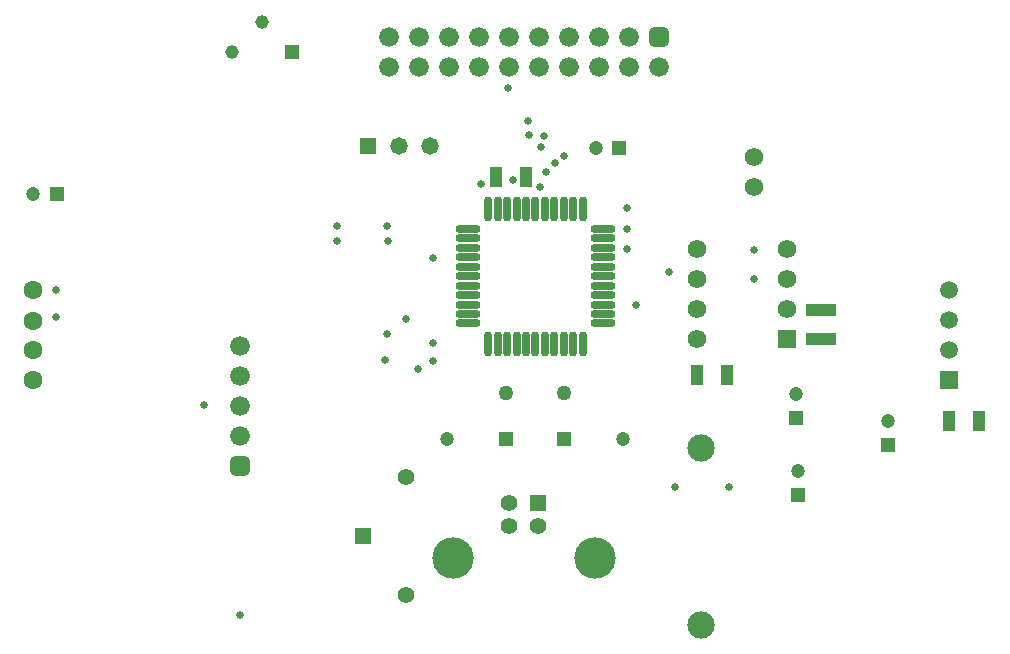
<source format=gts>
G04*
G04 #@! TF.GenerationSoftware,Altium Limited,Altium Designer,21.3.2 (30)*
G04*
G04 Layer_Color=8388736*
%FSLAX25Y25*%
%MOIN*%
G70*
G04*
G04 #@! TF.SameCoordinates,394D426F-0CA9-4E3C-942C-AD562F4B4749*
G04*
G04*
G04 #@! TF.FilePolarity,Negative*
G04*
G01*
G75*
%ADD20R,0.04352X0.06528*%
%ADD21R,0.09843X0.03937*%
%ADD24O,0.08370X0.02661*%
%ADD25O,0.02661X0.08370*%
%ADD26R,0.06205X0.06205*%
%ADD27C,0.06205*%
%ADD28R,0.04724X0.04724*%
%ADD29C,0.04724*%
%ADD30C,0.06598*%
G04:AMPARAMS|DCode=31|XSize=65.98mil|YSize=65.98mil|CornerRadius=17.24mil|HoleSize=0mil|Usage=FLASHONLY|Rotation=90.000|XOffset=0mil|YOffset=0mil|HoleType=Round|Shape=RoundedRectangle|*
%AMROUNDEDRECTD31*
21,1,0.06598,0.03150,0,0,90.0*
21,1,0.03150,0.06598,0,0,90.0*
1,1,0.03449,0.01575,0.01575*
1,1,0.03449,0.01575,-0.01575*
1,1,0.03449,-0.01575,-0.01575*
1,1,0.03449,-0.01575,0.01575*
%
%ADD31ROUNDEDRECTD31*%
%ADD32R,0.05984X0.05984*%
%ADD33C,0.05984*%
%ADD34R,0.04528X0.04528*%
%ADD35C,0.04528*%
%ADD36C,0.05811*%
%ADD37R,0.05811X0.05811*%
G04:AMPARAMS|DCode=38|XSize=65.98mil|YSize=65.98mil|CornerRadius=17.24mil|HoleSize=0mil|Usage=FLASHONLY|Rotation=180.000|XOffset=0mil|YOffset=0mil|HoleType=Round|Shape=RoundedRectangle|*
%AMROUNDEDRECTD38*
21,1,0.06598,0.03150,0,0,180.0*
21,1,0.03150,0.06598,0,0,180.0*
1,1,0.03449,-0.01575,0.01575*
1,1,0.03449,0.01575,0.01575*
1,1,0.03449,0.01575,-0.01575*
1,1,0.03449,-0.01575,-0.01575*
%
%ADD38ROUNDEDRECTD38*%
%ADD39C,0.09158*%
%ADD40R,0.05591X0.05591*%
%ADD41C,0.05024*%
%ADD42C,0.05591*%
%ADD43C,0.13780*%
%ADD44R,0.04724X0.04724*%
%ADD45C,0.06299*%
%ADD46R,0.05512X0.05512*%
%ADD47C,0.05512*%
%ADD48C,0.02661*%
D20*
X167975Y171000D02*
D03*
X178025D02*
D03*
X318975Y89500D02*
D03*
X329025D02*
D03*
X234975Y105000D02*
D03*
X245025D02*
D03*
D21*
X276287Y116776D02*
D03*
Y126618D02*
D03*
D24*
X203543Y153543D02*
D03*
Y150394D02*
D03*
Y147244D02*
D03*
Y144095D02*
D03*
Y140945D02*
D03*
Y137795D02*
D03*
Y134646D02*
D03*
Y131496D02*
D03*
Y128347D02*
D03*
Y125197D02*
D03*
Y122047D02*
D03*
X158661D02*
D03*
Y125197D02*
D03*
Y128347D02*
D03*
Y131496D02*
D03*
Y134646D02*
D03*
Y137795D02*
D03*
Y140945D02*
D03*
Y144095D02*
D03*
Y147244D02*
D03*
Y150394D02*
D03*
Y153543D02*
D03*
D25*
X196850Y115354D02*
D03*
X193701D02*
D03*
X190551D02*
D03*
X187402D02*
D03*
X184252D02*
D03*
X181102D02*
D03*
X177953D02*
D03*
X174803D02*
D03*
X171653D02*
D03*
X168504D02*
D03*
X165354D02*
D03*
Y160236D02*
D03*
X168504D02*
D03*
X171653D02*
D03*
X174803D02*
D03*
X177953D02*
D03*
X181102D02*
D03*
X184252D02*
D03*
X187402D02*
D03*
X190551D02*
D03*
X193701D02*
D03*
X196850D02*
D03*
D26*
X265000Y117000D02*
D03*
D27*
Y127000D02*
D03*
Y137000D02*
D03*
Y147000D02*
D03*
X235000Y117000D02*
D03*
Y127000D02*
D03*
Y137000D02*
D03*
Y147000D02*
D03*
X254000Y167500D02*
D03*
Y177500D02*
D03*
D28*
X268000Y90626D02*
D03*
X298500Y81563D02*
D03*
X268500Y65000D02*
D03*
D29*
X268000Y98500D02*
D03*
X13780Y165354D02*
D03*
X201126Y180500D02*
D03*
X298500Y89437D02*
D03*
X210343Y83500D02*
D03*
X151657D02*
D03*
X268500Y72874D02*
D03*
D30*
X82677Y94488D02*
D03*
Y84488D02*
D03*
Y104488D02*
D03*
Y114488D02*
D03*
X162165Y207598D02*
D03*
Y217598D02*
D03*
X172165Y207598D02*
D03*
X182165D02*
D03*
X172165Y217598D02*
D03*
X182165D02*
D03*
X192165Y207598D02*
D03*
Y217598D02*
D03*
X202165Y207598D02*
D03*
Y217598D02*
D03*
X212165Y207598D02*
D03*
Y217598D02*
D03*
X222165Y207598D02*
D03*
X152165Y217598D02*
D03*
X142165D02*
D03*
X132165D02*
D03*
X152165Y207598D02*
D03*
X142165D02*
D03*
X132165D02*
D03*
D31*
X82677Y74488D02*
D03*
D32*
X318898Y103110D02*
D03*
D33*
Y113110D02*
D03*
Y123110D02*
D03*
Y133110D02*
D03*
D34*
X100000Y212500D02*
D03*
D35*
X90000Y222500D02*
D03*
X80000Y212500D02*
D03*
D36*
X135547Y181102D02*
D03*
X145783D02*
D03*
D37*
X125311D02*
D03*
D38*
X222165Y217598D02*
D03*
D39*
X236221Y80709D02*
D03*
Y21654D02*
D03*
D40*
X182087Y62362D02*
D03*
D41*
X171394Y99000D02*
D03*
X190606D02*
D03*
D42*
X182087Y54488D02*
D03*
X172244D02*
D03*
Y62362D02*
D03*
D43*
X200866Y43819D02*
D03*
X153465D02*
D03*
D44*
X21654Y165354D02*
D03*
X209000Y180500D02*
D03*
X190657Y83500D02*
D03*
X171343D02*
D03*
D45*
X13780Y103110D02*
D03*
Y113228D02*
D03*
Y122992D02*
D03*
Y133110D02*
D03*
D46*
X123622Y51181D02*
D03*
D47*
X137795Y70866D02*
D03*
Y31496D02*
D03*
D48*
X182500Y167500D02*
D03*
X184500Y172500D02*
D03*
X163000Y168500D02*
D03*
X142000Y107000D02*
D03*
X138000Y123500D02*
D03*
X115000Y149500D02*
D03*
X132000D02*
D03*
X115000Y154500D02*
D03*
X131500D02*
D03*
X147000Y144000D02*
D03*
Y115500D02*
D03*
X131000Y110000D02*
D03*
X131500Y118500D02*
D03*
X147000Y109500D02*
D03*
X214500Y128102D02*
D03*
X225500Y139102D02*
D03*
X211500Y147000D02*
D03*
Y153500D02*
D03*
Y160500D02*
D03*
X173668Y170000D02*
D03*
X183000Y181000D02*
D03*
X184000Y184500D02*
D03*
X187500Y175500D02*
D03*
X190500Y178000D02*
D03*
X179000Y185000D02*
D03*
X178500Y189500D02*
D03*
X21353Y124120D02*
D03*
X70500Y94721D02*
D03*
X82500Y24779D02*
D03*
X21353Y133071D02*
D03*
X172000Y200525D02*
D03*
X254102Y146500D02*
D03*
Y137000D02*
D03*
X227500Y67646D02*
D03*
X245500Y67547D02*
D03*
M02*

</source>
